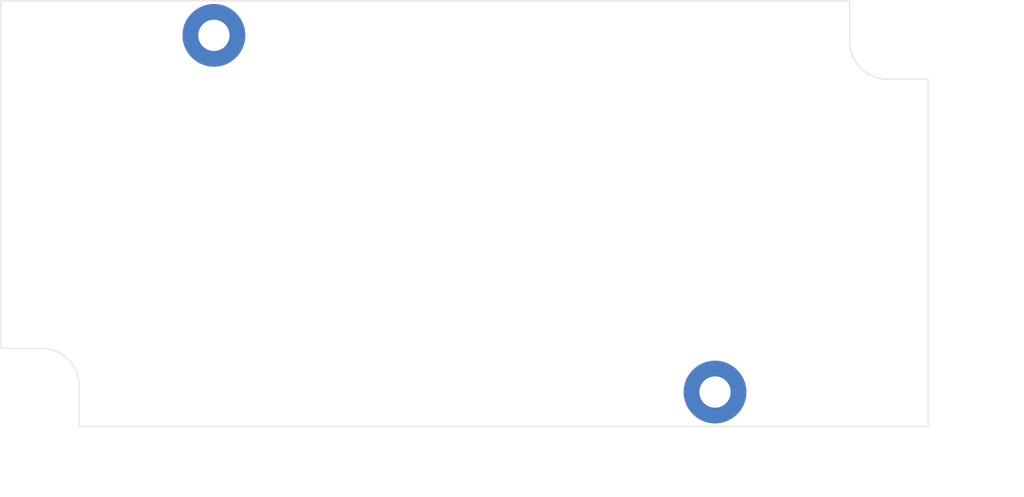
<source format=kicad_pcb>
(kicad_pcb (version 20171130) (host pcbnew "(5.1.4)-1")

  (general
    (thickness 1.6)
    (drawings 12)
    (tracks 0)
    (zones 0)
    (modules 2)
    (nets 1)
  )

  (page A4)
  (layers
    (0 F.Cu signal)
    (31 B.Cu signal)
    (32 B.Adhes user)
    (33 F.Adhes user)
    (34 B.Paste user)
    (35 F.Paste user)
    (36 B.SilkS user)
    (37 F.SilkS user)
    (38 B.Mask user)
    (39 F.Mask user)
    (40 Dwgs.User user)
    (41 Cmts.User user)
    (42 Eco1.User user)
    (43 Eco2.User user)
    (44 Edge.Cuts user)
    (45 Margin user)
    (46 B.CrtYd user)
    (47 F.CrtYd user)
    (48 B.Fab user)
    (49 F.Fab user)
  )

  (setup
    (last_trace_width 0.25)
    (trace_clearance 0.2)
    (zone_clearance 0.508)
    (zone_45_only no)
    (trace_min 0.2)
    (via_size 0.8)
    (via_drill 0.4)
    (via_min_size 0.4)
    (via_min_drill 0.3)
    (uvia_size 0.3)
    (uvia_drill 0.1)
    (uvias_allowed no)
    (uvia_min_size 0.2)
    (uvia_min_drill 0.1)
    (edge_width 0.05)
    (segment_width 0.2)
    (pcb_text_width 0.3)
    (pcb_text_size 1.5 1.5)
    (mod_edge_width 0.12)
    (mod_text_size 1 1)
    (mod_text_width 0.15)
    (pad_size 1.524 1.524)
    (pad_drill 0.762)
    (pad_to_mask_clearance 0.051)
    (solder_mask_min_width 0.25)
    (aux_axis_origin 15 49)
    (visible_elements 7FFFFFFF)
    (pcbplotparams
      (layerselection 0x010fc_ffffffff)
      (usegerberextensions false)
      (usegerberattributes false)
      (usegerberadvancedattributes false)
      (creategerberjobfile false)
      (excludeedgelayer true)
      (linewidth 0.100000)
      (plotframeref false)
      (viasonmask false)
      (mode 1)
      (useauxorigin false)
      (hpglpennumber 1)
      (hpglpenspeed 20)
      (hpglpendiameter 15.000000)
      (psnegative false)
      (psa4output false)
      (plotreference true)
      (plotvalue true)
      (plotinvisibletext false)
      (padsonsilk false)
      (subtractmaskfromsilk false)
      (outputformat 1)
      (mirror false)
      (drillshape 1)
      (scaleselection 1)
      (outputdirectory ""))
  )

  (net 0 "")

  (net_class Default "This is the default net class."
    (clearance 0.2)
    (trace_width 0.25)
    (via_dia 0.8)
    (via_drill 0.4)
    (uvia_dia 0.3)
    (uvia_drill 0.1)
  )

  (module MountingHole:MountingHole_2.5mm_Pad (layer F.Cu) (tedit 56D1B4CB) (tstamp 5D72D0B8)
    (at 72 46.25)
    (descr "Mounting Hole 2.5mm")
    (tags "mounting hole 2.5mm")
    (attr virtual)
    (fp_text reference ~ (at 0 -3.5) (layer F.SilkS) hide
      (effects (font (size 1 1) (thickness 0.15)))
    )
    (fp_text value ~ (at 0 3.5) (layer F.Fab) hide
      (effects (font (size 1 1) (thickness 0.15)))
    )
    (fp_text user %R (at 0.3 0) (layer F.Fab)
      (effects (font (size 1 1) (thickness 0.15)))
    )
    (fp_circle (center 0 0) (end 2.5 0) (layer Cmts.User) (width 0.15))
    (fp_circle (center 0 0) (end 2.75 0) (layer F.CrtYd) (width 0.05))
    (pad 1 thru_hole circle (at 0 0) (size 5 5) (drill 2.5) (layers *.Cu *.Mask))
  )

  (module MountingHole:MountingHole_2.5mm_Pad (layer F.Cu) (tedit 56D1B4CB) (tstamp 5D72D056)
    (at 32 17.75)
    (descr "Mounting Hole 2.5mm")
    (tags "mounting hole 2.5mm")
    (attr virtual)
    (fp_text reference ~ (at 0 -3.5) (layer F.SilkS) hide
      (effects (font (size 1 1) (thickness 0.15)))
    )
    (fp_text value ~ (at 0 3.5) (layer F.Fab) hide
      (effects (font (size 1 1) (thickness 0.15)))
    )
    (fp_circle (center 0 0) (end 2.75 0) (layer F.CrtYd) (width 0.05))
    (fp_circle (center 0 0) (end 2.5 0) (layer Cmts.User) (width 0.15))
    (fp_text user %R (at 0.3 0) (layer F.Fab)
      (effects (font (size 1 1) (thickness 0.15)))
    )
    (pad 1 thru_hole circle (at 0 0) (size 5 5) (drill 2.5) (layers *.Cu *.Mask))
  )

  (gr_arc (start 18.25 45.75) (end 21.25 45.75) (angle -90) (layer Edge.Cuts) (width 0.05) (tstamp 5D72DDC2))
  (gr_arc (start 85.75 18.25) (end 82.75 18.25) (angle -90) (layer Edge.Cuts) (width 0.05))
  (gr_line (start 85.75 21.25) (end 89 21.25) (layer Edge.Cuts) (width 0.05) (tstamp 5D72DD8B))
  (gr_line (start 82.75 18.25) (end 82.75 15) (layer Edge.Cuts) (width 0.05) (tstamp 5D72DD84))
  (gr_line (start 21.25 49) (end 21.25 45.75) (layer Edge.Cuts) (width 0.05))
  (gr_line (start 15 42.75) (end 18.25 42.75) (layer Edge.Cuts) (width 0.05))
  (dimension 34 (width 0.15) (layer Dwgs.User)
    (gr_text "34,000 mm" (at 95.3 32 90) (layer Dwgs.User)
      (effects (font (size 1 1) (thickness 0.15)))
    )
    (feature1 (pts (xy 89 15) (xy 94.586421 15)))
    (feature2 (pts (xy 89 49) (xy 94.586421 49)))
    (crossbar (pts (xy 94 49) (xy 94 15)))
    (arrow1a (pts (xy 94 15) (xy 94.586421 16.126504)))
    (arrow1b (pts (xy 94 15) (xy 93.413579 16.126504)))
    (arrow2a (pts (xy 94 49) (xy 94.586421 47.873496)))
    (arrow2b (pts (xy 94 49) (xy 93.413579 47.873496)))
  )
  (dimension 74 (width 0.15) (layer Dwgs.User)
    (gr_text "74,000 mm" (at 52 55.3) (layer Dwgs.User)
      (effects (font (size 1 1) (thickness 0.15)))
    )
    (feature1 (pts (xy 89 49) (xy 89 54.586421)))
    (feature2 (pts (xy 15 49) (xy 15 54.586421)))
    (crossbar (pts (xy 15 54) (xy 89 54)))
    (arrow1a (pts (xy 89 54) (xy 87.873496 54.586421)))
    (arrow1b (pts (xy 89 54) (xy 87.873496 53.413579)))
    (arrow2a (pts (xy 15 54) (xy 16.126504 54.586421)))
    (arrow2b (pts (xy 15 54) (xy 16.126504 53.413579)))
  )
  (gr_line (start 15 42.75) (end 15 15) (layer Edge.Cuts) (width 0.05) (tstamp 5D72DCCB))
  (gr_line (start 89 49) (end 21.25 49) (layer Edge.Cuts) (width 0.05))
  (gr_line (start 89 21.25) (end 89 49) (layer Edge.Cuts) (width 0.05))
  (gr_line (start 15 15) (end 82.75 15) (layer Edge.Cuts) (width 0.05))

)

</source>
